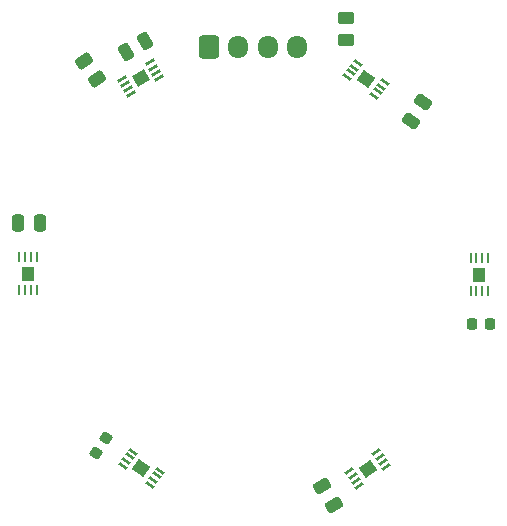
<source format=gbr>
%TF.GenerationSoftware,KiCad,Pcbnew,7.0.10*%
%TF.CreationDate,2024-06-24T13:55:56-07:00*%
%TF.ProjectId,Thermistor Ring,54686572-6d69-4737-946f-722052696e67,rev?*%
%TF.SameCoordinates,Original*%
%TF.FileFunction,Soldermask,Top*%
%TF.FilePolarity,Negative*%
%FSLAX46Y46*%
G04 Gerber Fmt 4.6, Leading zero omitted, Abs format (unit mm)*
G04 Created by KiCad (PCBNEW 7.0.10) date 2024-06-24 13:55:56*
%MOMM*%
%LPD*%
G01*
G04 APERTURE LIST*
G04 Aperture macros list*
%AMRoundRect*
0 Rectangle with rounded corners*
0 $1 Rounding radius*
0 $2 $3 $4 $5 $6 $7 $8 $9 X,Y pos of 4 corners*
0 Add a 4 corners polygon primitive as box body*
4,1,4,$2,$3,$4,$5,$6,$7,$8,$9,$2,$3,0*
0 Add four circle primitives for the rounded corners*
1,1,$1+$1,$2,$3*
1,1,$1+$1,$4,$5*
1,1,$1+$1,$6,$7*
1,1,$1+$1,$8,$9*
0 Add four rect primitives between the rounded corners*
20,1,$1+$1,$2,$3,$4,$5,0*
20,1,$1+$1,$4,$5,$6,$7,0*
20,1,$1+$1,$6,$7,$8,$9,0*
20,1,$1+$1,$8,$9,$2,$3,0*%
%AMRotRect*
0 Rectangle, with rotation*
0 The origin of the aperture is its center*
0 $1 length*
0 $2 width*
0 $3 Rotation angle, in degrees counterclockwise*
0 Add horizontal line*
21,1,$1,$2,0,0,$3*%
G04 Aperture macros list end*
%ADD10RotRect,0.812800X0.254000X145.000000*%
%ADD11RotRect,1.188150X1.037350X145.000000*%
%ADD12RoundRect,0.250000X0.536362X0.020994X0.286362X0.454006X-0.536362X-0.020994X-0.286362X-0.454006X0*%
%ADD13RoundRect,0.250000X-0.020994X0.536362X-0.454006X0.286362X0.020994X-0.536362X0.454006X-0.286362X0*%
%ADD14RoundRect,0.250000X-0.250000X-0.475000X0.250000X-0.475000X0.250000X0.475000X-0.250000X0.475000X0*%
%ADD15RotRect,0.812800X0.254000X325.000000*%
%ADD16RotRect,1.188150X1.037350X325.000000*%
%ADD17RoundRect,0.225000X0.225000X0.250000X-0.225000X0.250000X-0.225000X-0.250000X0.225000X-0.250000X0*%
%ADD18RoundRect,0.225000X0.075733X-0.327703X0.333843X0.040915X-0.075733X0.327703X-0.333843X-0.040915X0*%
%ADD19RotRect,0.812800X0.254000X30.000000*%
%ADD20RotRect,1.188150X1.037350X30.000000*%
%ADD21R,0.254000X0.812800*%
%ADD22R,1.037350X1.188150*%
%ADD23RoundRect,0.250000X-0.519182X-0.043082X-0.218055X-0.473137X0.519182X0.043082X0.218055X0.473137X0*%
%ADD24RoundRect,0.250000X-0.450000X0.262500X-0.450000X-0.262500X0.450000X-0.262500X0.450000X0.262500X0*%
%ADD25RoundRect,0.250000X-0.245703X0.477237X-0.532491X0.067661X0.245703X-0.477237X0.532491X-0.067661X0*%
%ADD26RotRect,0.812800X0.254000X215.000000*%
%ADD27RotRect,1.188150X1.037350X215.000000*%
%ADD28RoundRect,0.250000X-0.600000X-0.725000X0.600000X-0.725000X0.600000X0.725000X-0.600000X0.725000X0*%
%ADD29O,1.700000X1.950000*%
G04 APERTURE END LIST*
D10*
%TO.C,U6*%
X66478002Y-73805906D03*
X66764790Y-73396329D03*
X67051579Y-72986753D03*
X67338367Y-72577176D03*
X65049656Y-70974604D03*
X64762868Y-71384181D03*
X64476079Y-71793757D03*
X64189291Y-72203334D03*
D11*
X65763829Y-72390255D03*
%TD*%
D12*
%TO.C,C1*%
X82037632Y-75503272D03*
X81087632Y-73857824D03*
%TD*%
D13*
%TO.C,C3*%
X66075926Y-36199867D03*
X64430478Y-37149867D03*
%TD*%
D14*
%TO.C,C2*%
X55319894Y-51609985D03*
X57219894Y-51609985D03*
%TD*%
D15*
%TO.C,U7*%
X84074264Y-38049471D03*
X83787476Y-38459048D03*
X83500687Y-38868624D03*
X83213899Y-39278201D03*
X85502610Y-40880773D03*
X85789398Y-40471196D03*
X86076187Y-40061620D03*
X86362975Y-39652043D03*
D16*
X84788437Y-39465122D03*
%TD*%
D17*
%TO.C,C6*%
X95298387Y-60189733D03*
X93748387Y-60189733D03*
%TD*%
D18*
%TO.C,C5*%
X61892567Y-71071996D03*
X62781611Y-69802310D03*
%TD*%
D19*
%TO.C,U2*%
X64118155Y-39417424D03*
X64368156Y-39850438D03*
X64618156Y-40283450D03*
X64868156Y-40716464D03*
X67287831Y-39319464D03*
X67037830Y-38886450D03*
X66787830Y-38453438D03*
X66537830Y-38020424D03*
D20*
X65702993Y-39368444D03*
%TD*%
D21*
%TO.C,U5*%
X95139642Y-54580863D03*
X94639641Y-54580863D03*
X94139641Y-54580863D03*
X93639640Y-54580863D03*
X93639640Y-57374863D03*
X94139641Y-57374863D03*
X94639641Y-57374863D03*
X95139642Y-57374863D03*
D22*
X94389641Y-55977863D03*
%TD*%
D23*
%TO.C,R3*%
X60938071Y-37918522D03*
X61984847Y-39413474D03*
%TD*%
D24*
%TO.C,R2*%
X83070187Y-34278995D03*
X83070187Y-36103995D03*
%TD*%
D25*
%TO.C,C4*%
X89642365Y-41397337D03*
X88552569Y-42953725D03*
%TD*%
D21*
%TO.C,U3*%
X55412640Y-57328080D03*
X55912641Y-57328080D03*
X56412641Y-57328080D03*
X56912642Y-57328080D03*
X56912642Y-54534080D03*
X56412641Y-54534080D03*
X55912641Y-54534080D03*
X55412640Y-54534080D03*
D22*
X56162641Y-55931080D03*
%TD*%
D26*
%TO.C,U4*%
X86515371Y-72242161D03*
X86228583Y-71832584D03*
X85941794Y-71423008D03*
X85655006Y-71013431D03*
X83366295Y-72616003D03*
X83653083Y-73025580D03*
X83939872Y-73435156D03*
X84226660Y-73844733D03*
D27*
X84940833Y-72429082D03*
%TD*%
D28*
%TO.C,J1*%
X71480530Y-36673544D03*
D29*
X73980530Y-36673544D03*
X76480530Y-36673544D03*
X78980530Y-36673544D03*
%TD*%
M02*

</source>
